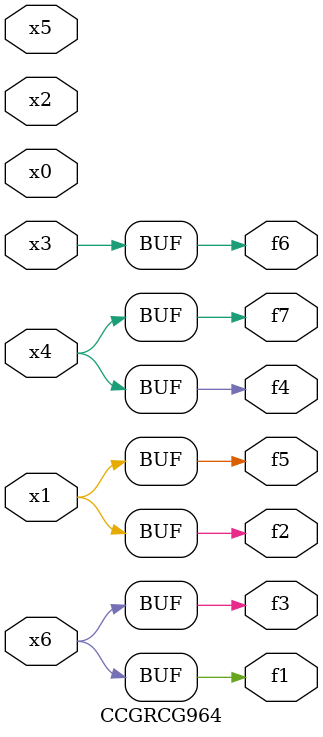
<source format=v>
module CCGRCG964(
	input x0, x1, x2, x3, x4, x5, x6,
	output f1, f2, f3, f4, f5, f6, f7
);
	assign f1 = x6;
	assign f2 = x1;
	assign f3 = x6;
	assign f4 = x4;
	assign f5 = x1;
	assign f6 = x3;
	assign f7 = x4;
endmodule

</source>
